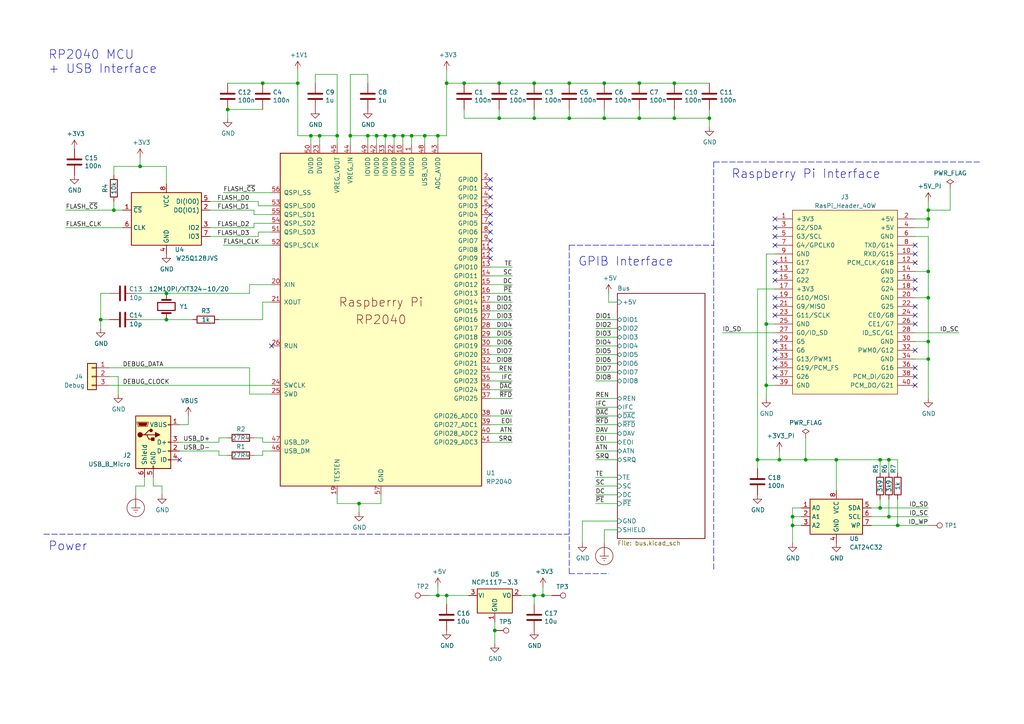
<source format=kicad_sch>
(kicad_sch (version 20211123) (generator eeschema)
  (paper "A4")
  (lib_symbols
    (symbol "Connector:TestPoint" (pin_numbers hide) (pin_names (offset 0.762) hide)
      (property "Reference" "TP" (at 0 6.858 0))
      (property "Value" "TestPoint" (at 0 5.08 0))
      (symbol "TestPoint_0_1"
        (circle (center 0 3.302) (radius 0.762))
      )
      (symbol "TestPoint_1_1"
        (pin passive line (at 0 0 90) (length 2.54) (name "1") (number "1"))
      )
    )
    (symbol "Connector:USB_B_Micro" (pin_names (offset 1.016))
      (property "Reference" "J" (at -5.08 11.43 0))
      (property "Value" "USB_B_Micro" (at -5.08 8.89 0))
      (symbol "USB_B_Micro_0_1"
        (rectangle (start -5.08 -7.62) (end 5.08 7.62) (stroke (width 0.254)) (fill (type background)))
        (circle (center -3.81 2.159) (radius 0.635) (stroke (width 0.254)) (fill (type outline)))
        (circle (center -0.635 3.429) (radius 0.381) (stroke (width 0.254)) (fill (type outline)))
        (rectangle (start -0.127 -7.62) (end 0.127 -6.858))
        (polyline (pts (xy -1.905 2.159) (xy 0.635 2.159)) (stroke (width 0.254)))
        (polyline (pts (xy -3.175 2.159) (xy -2.54 2.159) (xy -1.27 3.429) (xy -0.635 3.429)) (stroke (width 0.254)))
        (polyline (pts (xy -2.54 2.159) (xy -1.905 2.159) (xy -1.27 0.889) (xy 0 0.889)) (stroke (width 0.254)))
        (polyline (pts (xy 0.635 2.794) (xy 0.635 1.524) (xy 1.905 2.159) (xy 0.635 2.794)) (stroke (width 0.254)) (fill (type outline)))
        (polyline (pts (xy -4.318 5.588) (xy -1.778 5.588) (xy -2.032 4.826) (xy -4.064 4.826) (xy -4.318 5.588)) (fill (type outline)))
        (polyline (pts (xy -4.699 5.842) (xy -4.699 5.588) (xy -4.445 4.826) (xy -4.445 4.572) (xy -1.651 4.572) (xy -1.651 4.826) (xy -1.397 5.588) (xy -1.397 5.842) (xy -4.699 5.842)))
        (rectangle (start 0.254 1.27) (end -0.508 0.508) (stroke (width 0.254)) (fill (type outline)))
        (rectangle (start 5.08 -5.207) (end 4.318 -4.953))
        (rectangle (start 5.08 -2.667) (end 4.318 -2.413))
        (rectangle (start 5.08 -0.127) (end 4.318 0.127))
        (rectangle (start 5.08 4.953) (end 4.318 5.207))
      )
      (symbol "USB_B_Micro_1_1"
        (pin power_out line (at 7.62 5.08 180) (length 2.54) (name "VBUS") (number "1"))
        (pin bidirectional line (at 7.62 -2.54 180) (length 2.54) (name "D-") (number "2"))
        (pin bidirectional line (at 7.62 0 180) (length 2.54) (name "D+") (number "3"))
        (pin passive line (at 7.62 -5.08 180) (length 2.54) (name "ID") (number "4"))
        (pin power_out line (at 0 -10.16 90) (length 2.54) (name "GND") (number "5"))
        (pin passive line (at -2.54 -10.16 90) (length 2.54) (name "Shield") (number "6"))
      )
    )
    (symbol "Connector_Generic:Conn_01x03" (pin_names (offset 1.016) hide)
      (property "Reference" "J" (at 0 5.08 0))
      (property "Value" "Conn_01x03" (at 0 -5.08 0))
      (symbol "Conn_01x03_1_1"
        (rectangle (start -1.27 -2.413) (end 0 -2.667) (stroke (width 0.1524)))
        (rectangle (start -1.27 0.127) (end 0 -0.127) (stroke (width 0.1524)))
        (rectangle (start -1.27 2.667) (end 0 2.413) (stroke (width 0.1524)))
        (rectangle (start -1.27 3.81) (end 1.27 -3.81) (stroke (width 0.254)) (fill (type background)))
        (pin passive line (at -5.08 2.54 0) (length 3.81) (name "Pin_1") (number "1"))
        (pin passive line (at -5.08 0 0) (length 3.81) (name "Pin_2") (number "2"))
        (pin passive line (at -5.08 -2.54 0) (length 3.81) (name "Pin_3") (number "3"))
      )
    )
    (symbol "Device:C" (pin_numbers hide) (pin_names (offset 0.254))
      (property "Reference" "C" (at 0.635 2.54 0))
      (property "Value" "C" (at 0.635 -2.54 0))
      (symbol "C_0_1"
        (polyline (pts (xy -2.032 -0.762) (xy 2.032 -0.762)) (stroke (width 0.508)))
        (polyline (pts (xy -2.032 0.762) (xy 2.032 0.762)) (stroke (width 0.508)))
      )
      (symbol "C_1_1"
        (pin passive line (at 0 3.81 270) (length 2.794) (name "~") (number "1"))
        (pin passive line (at 0 -3.81 90) (length 2.794) (name "~") (number "2"))
      )
    )
    (symbol "Device:Crystal" (pin_numbers hide) (pin_names (offset 1.016) hide)
      (property "Reference" "Y" (at 0 3.81 0))
      (property "Value" "Crystal" (at 0 -3.81 0))
      (symbol "Crystal_0_1"
        (rectangle (start -1.143 2.54) (end 1.143 -2.54) (stroke (width 0.3048)))
        (polyline (pts (xy -2.54 0) (xy -1.905 0)))
        (polyline (pts (xy -1.905 -1.27) (xy -1.905 1.27)) (stroke (width 0.508)))
        (polyline (pts (xy 1.905 -1.27) (xy 1.905 1.27)) (stroke (width 0.508)))
        (polyline (pts (xy 2.54 0) (xy 1.905 0)))
      )
      (symbol "Crystal_1_1"
        (pin passive line (at -3.81 0 0) (length 1.27) (name "1") (number "1"))
        (pin passive line (at 3.81 0 180) (length 1.27) (name "2") (number "2"))
      )
    )
    (symbol "Device:R" (pin_numbers hide) (pin_names (offset 0))
      (property "Reference" "R" (at 2.032 0 90))
      (property "Value" "R" (at 0 0 90))
      (symbol "R_0_1"
        (rectangle (start -1.016 -2.54) (end 1.016 2.54) (stroke (width 0.254)))
      )
      (symbol "R_1_1"
        (pin passive line (at 0 3.81 270) (length 1.27) (name "~") (number "1"))
        (pin passive line (at 0 -3.81 90) (length 1.27) (name "~") (number "2"))
      )
    )
    (symbol "Memory_EEPROM:CAT24C128"
      (property "Reference" "U" (at -6.35 6.35 0))
      (property "Value" "CAT24C128" (at 1.27 6.35 0))
      (symbol "CAT24C128_1_1"
        (rectangle (start -7.62 5.08) (end 7.62 -5.08) (stroke (width 0.254)) (fill (type background)))
        (pin input line (at -10.16 2.54 0) (length 2.54) (name "A0") (number "1"))
        (pin input line (at -10.16 0 0) (length 2.54) (name "A1") (number "2"))
        (pin input line (at -10.16 -2.54 0) (length 2.54) (name "A2") (number "3"))
        (pin power_in line (at 0 -7.62 90) (length 2.54) (name "GND") (number "4"))
        (pin bidirectional line (at 10.16 2.54 180) (length 2.54) (name "SDA") (number "5"))
        (pin input line (at 10.16 0 180) (length 2.54) (name "SCL") (number "6"))
        (pin input line (at 10.16 -2.54 180) (length 2.54) (name "WP") (number "7"))
        (pin power_in line (at 0 7.62 270) (length 2.54) (name "VCC") (number "8"))
      )
    )
    (symbol "Memory_Flash:W25Q128JVS"
      (property "Reference" "U" (at -8.89 8.89 0))
      (property "Value" "W25Q128JVS" (at 7.62 8.89 0))
      (symbol "W25Q128JVS_0_1"
        (rectangle (start -10.16 7.62) (end 10.16 -7.62) (stroke (width 0.254)) (fill (type background)))
      )
      (symbol "W25Q128JVS_1_1"
        (pin input line (at -12.7 2.54 0) (length 2.54) (name "~{CS}") (number "1"))
        (pin bidirectional line (at 12.7 2.54 180) (length 2.54) (name "DO(IO1)") (number "2"))
        (pin bidirectional line (at 12.7 -2.54 180) (length 2.54) (name "IO2") (number "3"))
        (pin power_in line (at 0 -10.16 90) (length 2.54) (name "GND") (number "4"))
        (pin bidirectional line (at 12.7 5.08 180) (length 2.54) (name "DI(IO0)") (number "5"))
        (pin input line (at -12.7 -2.54 0) (length 2.54) (name "CLK") (number "6"))
        (pin bidirectional line (at 12.7 -5.08 180) (length 2.54) (name "IO3") (number "7"))
        (pin power_in line (at 0 10.16 270) (length 2.54) (name "VCC") (number "8"))
      )
    )
    (symbol "Regulator_Linear:NCP1117-3.3_SOT223" (pin_names (offset 0.254))
      (property "Reference" "U" (at -3.81 3.175 0))
      (property "Value" "NCP1117-3.3_SOT223" (at 0 3.175 0))
      (symbol "NCP1117-3.3_SOT223_0_1"
        (rectangle (start -5.08 -5.08) (end 5.08 1.905) (stroke (width 0.254)) (fill (type background)))
      )
      (symbol "NCP1117-3.3_SOT223_1_1"
        (pin power_in line (at 0 -7.62 90) (length 2.54) (name "GND") (number "1"))
        (pin power_out line (at 7.62 0 180) (length 2.54) (name "VO") (number "2"))
        (pin power_in line (at -7.62 0 0) (length 2.54) (name "VI") (number "3"))
      )
    )
    (symbol "local:+3V3_PI" (power) (pin_names (offset 0))
      (property "Value" "+3V3_PI" (at 0 3.556 0))
      (symbol "+3V3_PI_0_1"
        (polyline (pts (xy -0.762 1.27) (xy 0 2.54)))
        (polyline (pts (xy 0 0) (xy 0 2.54)))
        (polyline (pts (xy 0 2.54) (xy 0.762 1.27)))
      )
      (symbol "+3V3_PI_1_1"
        (pin power_in line (at 0 0 90) (length 0) hide (name "+3V3_PI") (number "1"))
      )
    )
    (symbol "local:+5V_PI" (power) (pin_names (offset 0))
      (property "Value" "+5V_PI" (at 0 3.556 0))
      (symbol "+5V_PI_0_1"
        (polyline (pts (xy -0.762 1.27) (xy 0 2.54)))
        (polyline (pts (xy 0 0) (xy 0 2.54)))
        (polyline (pts (xy 0 2.54) (xy 0.762 1.27)))
      )
      (symbol "+5V_PI_1_1"
        (pin power_in line (at 0 0 90) (length 0) hide (name "+5V_PI") (number "1"))
      )
    )
    (symbol "local:RP2040" (pin_names (offset 1.016))
      (property "Reference" "U" (at 30.48 -44.45 0))
      (property "Value" "RP2040" (at 30.48 -46.99 0))
      (symbol "RP2040_0_0"
        (text "Raspberry Pi" (at 0 5.08 0) (effects (font (size 2.54 2.54))))
        (text "RP2040" (at 0 0 0) (effects (font (size 2.54 2.54))))
      )
      (symbol "RP2040_0_1"
        (rectangle (start 29.21 48.26) (end -29.21 -48.26) (stroke (width 0.254)) (fill (type background)))
      )
      (symbol "RP2040_1_1"
        (pin power_in line (at 8.89 50.8 270) (length 2.54) (name "IOVDD") (number "1"))
        (pin power_in line (at 6.35 50.8 270) (length 2.54) (name "IOVDD") (number "10"))
        (pin bidirectional line (at 31.75 20.32 180) (length 2.54) (name "GPIO8") (number "11"))
        (pin bidirectional line (at 31.75 17.78 180) (length 2.54) (name "GPIO9") (number "12"))
        (pin bidirectional line (at 31.75 15.24 180) (length 2.54) (name "GPIO10") (number "13"))
        (pin bidirectional line (at 31.75 12.7 180) (length 2.54) (name "GPIO11") (number "14"))
        (pin bidirectional line (at 31.75 10.16 180) (length 2.54) (name "GPIO12") (number "15"))
        (pin bidirectional line (at 31.75 7.62 180) (length 2.54) (name "GPIO13") (number "16"))
        (pin bidirectional line (at 31.75 5.08 180) (length 2.54) (name "GPIO14") (number "17"))
        (pin bidirectional line (at 31.75 2.54 180) (length 2.54) (name "GPIO15") (number "18"))
        (pin passive line (at -12.7 -50.8 90) (length 2.54) (name "TESTEN") (number "19"))
        (pin bidirectional line (at 31.75 40.64 180) (length 2.54) (name "GPIO0") (number "2"))
        (pin input line (at -31.75 10.16 0) (length 2.54) (name "XIN") (number "20"))
        (pin passive line (at -31.75 5.08 0) (length 2.54) (name "XOUT") (number "21"))
        (pin power_in line (at 3.81 50.8 270) (length 2.54) (name "IOVDD") (number "22"))
        (pin power_in line (at -17.78 50.8 270) (length 2.54) (name "DVDD") (number "23"))
        (pin output line (at -31.75 -19.05 0) (length 2.54) (name "SWCLK") (number "24"))
        (pin bidirectional line (at -31.75 -21.59 0) (length 2.54) (name "SWD") (number "25"))
        (pin input line (at -31.75 -7.62 0) (length 2.54) (name "RUN") (number "26"))
        (pin bidirectional line (at 31.75 0 180) (length 2.54) (name "GPIO16") (number "27"))
        (pin bidirectional line (at 31.75 -2.54 180) (length 2.54) (name "GPIO17") (number "28"))
        (pin bidirectional line (at 31.75 -5.08 180) (length 2.54) (name "GPIO18") (number "29"))
        (pin bidirectional line (at 31.75 38.1 180) (length 2.54) (name "GPIO1") (number "3"))
        (pin bidirectional line (at 31.75 -7.62 180) (length 2.54) (name "GPIO19") (number "30"))
        (pin bidirectional line (at 31.75 -10.16 180) (length 2.54) (name "GPIO20") (number "31"))
        (pin bidirectional line (at 31.75 -12.7 180) (length 2.54) (name "GPIO21") (number "32"))
        (pin power_in line (at 1.27 50.8 270) (length 2.54) (name "IOVDD") (number "33"))
        (pin bidirectional line (at 31.75 -15.24 180) (length 2.54) (name "GPIO22") (number "34"))
        (pin bidirectional line (at 31.75 -17.78 180) (length 2.54) (name "GPIO23") (number "35"))
        (pin bidirectional line (at 31.75 -20.32 180) (length 2.54) (name "GPIO24") (number "36"))
        (pin bidirectional line (at 31.75 -22.86 180) (length 2.54) (name "GPIO25") (number "37"))
        (pin bidirectional line (at 31.75 -27.94 180) (length 2.54) (name "GPIO26_ADC0") (number "38"))
        (pin bidirectional line (at 31.75 -30.48 180) (length 2.54) (name "GPIO27_ADC1") (number "39"))
        (pin bidirectional line (at 31.75 35.56 180) (length 2.54) (name "GPIO2") (number "4"))
        (pin bidirectional line (at 31.75 -33.02 180) (length 2.54) (name "GPIO28_ADC2") (number "40"))
        (pin bidirectional line (at 31.75 -35.56 180) (length 2.54) (name "GPIO29_ADC3") (number "41"))
        (pin power_in line (at -1.27 50.8 270) (length 2.54) (name "IOVDD") (number "42"))
        (pin power_in line (at 16.51 50.8 270) (length 2.54) (name "ADC_AVDD") (number "43"))
        (pin power_in line (at -8.89 50.8 270) (length 2.54) (name "VREG_IN") (number "44"))
        (pin power_out line (at -12.7 50.8 270) (length 2.54) (name "VREG_VOUT") (number "45"))
        (pin bidirectional line (at -31.75 -38.1 0) (length 2.54) (name "USB_DM") (number "46"))
        (pin bidirectional line (at -31.75 -35.56 0) (length 2.54) (name "USB_DP") (number "47"))
        (pin power_in line (at 12.7 50.8 270) (length 2.54) (name "USB_VDD") (number "48"))
        (pin power_in line (at -3.81 50.8 270) (length 2.54) (name "IOVDD") (number "49"))
        (pin bidirectional line (at 31.75 33.02 180) (length 2.54) (name "GPIO3") (number "5"))
        (pin power_in line (at -20.32 50.8 270) (length 2.54) (name "DVDD") (number "50"))
        (pin bidirectional line (at -31.75 25.4 0) (length 2.54) (name "QSPI_SD3") (number "51"))
        (pin output line (at -31.75 21.59 0) (length 2.54) (name "QSPI_SCLK") (number "52"))
        (pin bidirectional line (at -31.75 33.02 0) (length 2.54) (name "QSPI_SD0") (number "53"))
        (pin bidirectional line (at -31.75 27.94 0) (length 2.54) (name "QSPI_SD2") (number "54"))
        (pin bidirectional line (at -31.75 30.48 0) (length 2.54) (name "QSPI_SD1") (number "55"))
        (pin bidirectional line (at -31.75 36.83 0) (length 2.54) (name "QSPI_SS") (number "56"))
        (pin power_in line (at 0 -50.8 90) (length 2.54) (name "GND") (number "57"))
        (pin bidirectional line (at 31.75 30.48 180) (length 2.54) (name "GPIO4") (number "6"))
        (pin bidirectional line (at 31.75 27.94 180) (length 2.54) (name "GPIO5") (number "7"))
        (pin bidirectional line (at 31.75 25.4 180) (length 2.54) (name "GPIO6") (number "8"))
        (pin bidirectional line (at 31.75 22.86 180) (length 2.54) (name "GPIO7") (number "9"))
      )
    )
    (symbol "local:RasPi_Header_40W" (pin_names (offset 1.016))
      (property "Reference" "J" (at 0 12.7 0))
      (property "Value" "RasPi_Header_40W" (at 0 -45.72 0))
      (symbol "RasPi_Header_40W_0_1"
        (rectangle (start -15.24 10.16) (end 15.24 -43.18) (fill (type background)))
      )
      (symbol "RasPi_Header_40W_1_1"
        (pin passive line (at -20.32 7.62 0) (length 5.08) (name "+3V3") (number "1"))
        (pin tri_state line (at 20.32 -2.54 180) (length 5.08) (name "RXD/G15") (number "10"))
        (pin tri_state line (at -20.32 -5.08 0) (length 5.08) (name "G17") (number "11"))
        (pin tri_state line (at 20.32 -5.08 180) (length 5.08) (name "PCM_CLK/G18") (number "12"))
        (pin tri_state line (at -20.32 -7.62 0) (length 5.08) (name "G27") (number "13"))
        (pin passive line (at 20.32 -7.62 180) (length 5.08) (name "GND") (number "14"))
        (pin tri_state line (at -20.32 -10.16 0) (length 5.08) (name "G22") (number "15"))
        (pin tri_state line (at 20.32 -10.16 180) (length 5.08) (name "G23") (number "16"))
        (pin passive line (at -20.32 -12.7 0) (length 5.08) (name "+3V3") (number "17"))
        (pin tri_state line (at 20.32 -12.7 180) (length 5.08) (name "G24") (number "18"))
        (pin tri_state line (at -20.32 -15.24 0) (length 5.08) (name "G10/MOSI") (number "19"))
        (pin passive line (at 20.32 7.62 180) (length 5.08) (name "+5V") (number "2"))
        (pin passive line (at 20.32 -15.24 180) (length 5.08) (name "GND") (number "20"))
        (pin tri_state line (at -20.32 -17.78 0) (length 5.08) (name "G9/MISO") (number "21"))
        (pin tri_state line (at 20.32 -17.78 180) (length 5.08) (name "G25") (number "22"))
        (pin tri_state line (at -20.32 -20.32 0) (length 5.08) (name "G11/SCLK") (number "23"))
        (pin tri_state line (at 20.32 -20.32 180) (length 5.08) (name "CE0/G8") (number "24"))
        (pin passive line (at -20.32 -22.86 0) (length 5.08) (name "GND") (number "25"))
        (pin tri_state line (at 20.32 -22.86 180) (length 5.08) (name "CE1/G7") (number "26"))
        (pin tri_state line (at -20.32 -25.4 0) (length 5.08) (name "G0/ID_SD") (number "27"))
        (pin tri_state line (at 20.32 -25.4 180) (length 5.08) (name "ID_SC/G1") (number "28"))
        (pin tri_state line (at -20.32 -27.94 0) (length 5.08) (name "G5") (number "29"))
        (pin tri_state line (at -20.32 5.08 0) (length 5.08) (name "G2/SDA") (number "3"))
        (pin passive line (at 20.32 -27.94 180) (length 5.08) (name "GND") (number "30"))
        (pin tri_state line (at -20.32 -30.48 0) (length 5.08) (name "G6") (number "31"))
        (pin tri_state line (at 20.32 -30.48 180) (length 5.08) (name "PWM0/G12") (number "32"))
        (pin tri_state line (at -20.32 -33.02 0) (length 5.08) (name "G13/PWM1") (number "33"))
        (pin passive line (at 20.32 -33.02 180) (length 5.08) (name "GND") (number "34"))
        (pin tri_state line (at -20.32 -35.56 0) (length 5.08) (name "G19/PCM_FS") (number "35"))
        (pin tri_state line (at 20.32 -35.56 180) (length 5.08) (name "G16") (number "36"))
        (pin tri_state line (at -20.32 -38.1 0) (length 5.08) (name "G26") (number "37"))
        (pin tri_state line (at 20.32 -38.1 180) (length 5.08) (name "PCM_DI/G20") (number "38"))
        (pin passive line (at -20.32 -40.64 0) (length 5.08) (name "GND") (number "39"))
        (pin passive line (at 20.32 5.08 180) (length 5.08) (name "+5V") (number "4"))
        (pin tri_state line (at 20.32 -40.64 180) (length 5.08) (name "PCM_DO/G21") (number "40"))
        (pin tri_state line (at -20.32 2.54 0) (length 5.08) (name "G3/SCL") (number "5"))
        (pin passive line (at 20.32 2.54 180) (length 5.08) (name "GND") (number "6"))
        (pin tri_state line (at -20.32 0 0) (length 5.08) (name "G4/GPCLK0") (number "7"))
        (pin tri_state line (at 20.32 0 180) (length 5.08) (name "TXD/G14") (number "8"))
        (pin passive line (at -20.32 -2.54 0) (length 5.08) (name "GND") (number "9"))
      )
    )
    (symbol "power:+1V1" (power) (pin_names (offset 0))
      (property "Value" "+1V1" (at 0 3.556 0))
      (symbol "+1V1_0_1"
        (polyline (pts (xy -0.762 1.27) (xy 0 2.54)))
        (polyline (pts (xy 0 0) (xy 0 2.54)))
        (polyline (pts (xy 0 2.54) (xy 0.762 1.27)))
      )
      (symbol "+1V1_1_1"
        (pin power_in line (at 0 0 90) (length 0) hide (name "+1V1") (number "1"))
      )
    )
    (symbol "power:+3V3" (power) (pin_names (offset 0))
      (property "Value" "+3V3" (at 0 3.556 0))
      (symbol "+3V3_0_1"
        (polyline (pts (xy -0.762 1.27) (xy 0 2.54)))
        (polyline (pts (xy 0 0) (xy 0 2.54)))
        (polyline (pts (xy 0 2.54) (xy 0.762 1.27)))
      )
      (symbol "+3V3_1_1"
        (pin power_in line (at 0 0 90) (length 0) hide (name "+3V3") (number "1"))
      )
    )
    (symbol "power:+5V" (power) (pin_names (offset 0))
      (property "Value" "+5V" (at 0 3.556 0))
      (symbol "+5V_0_1"
        (polyline (pts (xy -0.762 1.27) (xy 0 2.54)))
        (polyline (pts (xy 0 0) (xy 0 2.54)))
        (polyline (pts (xy 0 2.54) (xy 0.762 1.27)))
      )
      (symbol "+5V_1_1"
        (pin power_in line (at 0 0 90) (length 0) hide (name "+5V") (number "1"))
      )
    )
    (symbol "power:Earth_Protective" (power) (pin_names (offset 0))
      (symbol "Earth_Protective_0_1"
        (circle (center 0 -3.81) (radius 2.54))
        (polyline (pts (xy -0.635 -4.445) (xy 0.635 -4.445)))
        (polyline (pts (xy -0.127 -5.08) (xy 0.127 -5.08)))
        (polyline (pts (xy 0 -3.81) (xy 0 0)))
        (polyline (pts (xy 1.27 -3.81) (xy -1.27 -3.81)))
      )
      (symbol "Earth_Protective_1_1"
        (pin power_in line (at 0 0 270) (length 0) hide (name "Earth_Protective") (number "1"))
      )
    )
    (symbol "power:GND" (power) (pin_names (offset 0))
      (property "Value" "GND" (at 0 -3.81 0))
      (symbol "GND_0_1"
        (polyline (pts (xy 0 0) (xy 0 -1.27) (xy 1.27 -1.27) (xy 0 -2.54) (xy -1.27 -1.27) (xy 0 -1.27)))
      )
      (symbol "GND_1_1"
        (pin power_in line (at 0 0 270) (length 0) hide (name "GND") (number "1"))
      )
    )
    (symbol "power:PWR_FLAG" (power) (pin_numbers hide) (pin_names (offset 0) hide)
      (property "Value" "PWR_FLAG" (at 0 3.81 0))
      (symbol "PWR_FLAG_0_0"
        (pin power_out line (at 0 0 90) (length 0) (name "pwr") (number "1"))
      )
      (symbol "PWR_FLAG_0_1"
        (polyline (pts (xy 0 0) (xy 0 1.27) (xy -1.016 1.905) (xy 0 2.54) (xy 1.016 1.905) (xy 0 1.27)))
      )
    )
    (symbol "power:VBUS" (power) (pin_names (offset 0))
      (property "Value" "VBUS" (at 0 3.81 0))
      (symbol "VBUS_0_1"
        (polyline (pts (xy -0.762 1.27) (xy 0 2.54)))
        (polyline (pts (xy 0 0) (xy 0 2.54)))
        (polyline (pts (xy 0 2.54) (xy 0.762 1.27)))
      )
      (symbol "VBUS_1_1"
        (pin power_in line (at 0 0 90) (length 0) hide (name "VBUS") (number "1"))
      )
    )
  )
  (junction (at 219.71 133.35))
  (junction (at 109.22 39.37))
  (junction (at 269.24 78.74))
  (junction (at 116.84 39.37))
  (junction (at 111.76 39.37))
  (junction (at 86.36 24.13))
  (junction (at 144.78 34.29))
  (junction (at 195.58 34.29))
  (junction (at 175.26 34.29))
  (junction (at 114.3 39.37))
  (junction (at 165.1 24.13))
  (junction (at 92.71 39.37))
  (junction (at 229.87 149.86))
  (junction (at 127 39.37))
  (junction (at 226.06 133.35))
  (junction (at 229.87 152.4))
  (junction (at 205.74 34.29))
  (junction (at 195.58 24.13))
  (junction (at 269.24 63.5))
  (junction (at 175.26 24.13))
  (junction (at 185.42 34.29))
  (junction (at 76.2 24.13))
  (junction (at 104.14 146.05))
  (junction (at 129.54 172.72))
  (junction (at 143.51 182.88))
  (junction (at 233.68 133.35))
  (junction (at 97.79 39.37))
  (junction (at 257.81 133.35))
  (junction (at 48.26 92.71))
  (junction (at 127 172.72))
  (junction (at 29.21 92.71))
  (junction (at 157.48 172.72))
  (junction (at 33.02 60.96))
  (junction (at 90.17 39.37))
  (junction (at 101.6 39.37))
  (junction (at 257.81 149.86))
  (junction (at 154.94 24.13))
  (junction (at 134.62 24.13))
  (junction (at 222.25 93.98))
  (junction (at 255.27 147.32))
  (junction (at 269.24 86.36))
  (junction (at 66.04 31.75))
  (junction (at 123.19 39.37))
  (junction (at 222.25 111.76))
  (junction (at 269.24 60.96))
  (junction (at 40.64 48.26))
  (junction (at 144.78 24.13))
  (junction (at 185.42 24.13))
  (junction (at 165.1 34.29))
  (junction (at 269.24 99.06))
  (junction (at 255.27 133.35))
  (junction (at 119.38 39.37))
  (junction (at 260.35 152.4))
  (junction (at 129.54 24.13))
  (junction (at 48.26 85.09))
  (junction (at 154.94 172.72))
  (junction (at 154.94 34.29))
  (junction (at 242.57 133.35))
  (junction (at 269.24 104.14))
  (junction (at 106.68 39.37))
  (no_connect (at 265.43 91.44))
  (no_connect (at 142.24 57.15))
  (no_connect (at 224.79 88.9))
  (no_connect (at 224.79 78.74))
  (no_connect (at 265.43 111.76))
  (no_connect (at 142.24 72.39))
  (no_connect (at 224.79 106.68))
  (no_connect (at 78.74 100.33))
  (no_connect (at 224.79 91.44))
  (no_connect (at 224.79 86.36))
  (no_connect (at 224.79 81.28))
  (no_connect (at 265.43 81.28))
  (no_connect (at 265.43 88.9))
  (no_connect (at 224.79 63.5))
  (no_connect (at 265.43 76.2))
  (no_connect (at 265.43 101.6))
  (no_connect (at 224.79 76.2))
  (no_connect (at 224.79 101.6))
  (no_connect (at 224.79 109.22))
  (no_connect (at 142.24 67.31))
  (no_connect (at 224.79 68.58))
  (no_connect (at 224.79 71.12))
  (no_connect (at 265.43 106.68))
  (no_connect (at 142.24 69.85))
  (no_connect (at 142.24 74.93))
  (no_connect (at 265.43 109.22))
  (no_connect (at 265.43 93.98))
  (no_connect (at 52.07 133.35))
  (no_connect (at 224.79 104.14))
  (no_connect (at 142.24 64.77))
  (no_connect (at 265.43 71.12))
  (no_connect (at 142.24 62.23))
  (no_connect (at 142.24 59.69))
  (no_connect (at 224.79 99.06))
  (no_connect (at 142.24 52.07))
  (no_connect (at 142.24 54.61))
  (no_connect (at 224.79 66.04))
  (no_connect (at 265.43 73.66))
  (no_connect (at 265.43 83.82))
  (wire (pts (xy 185.42 31.75) (xy 185.42 34.29)))
  (wire (pts (xy 142.24 123.19) (xy 148.59 123.19)))
  (wire (pts (xy 257.81 137.16) (xy 257.81 133.35)))
  (wire (pts (xy 90.17 39.37) (xy 90.17 41.91)))
  (wire (pts (xy 175.26 157.48) (xy 175.26 153.67)))
  (wire (pts (xy 195.58 31.75) (xy 195.58 34.29)))
  (wire (pts (xy 224.79 93.98) (xy 222.25 93.98)))
  (wire (pts (xy 33.02 60.96) (xy 19.05 60.96)))
  (wire (pts (xy 60.96 58.42) (xy 74.93 58.42)))
  (wire (pts (xy 123.19 39.37) (xy 127 39.37)))
  (wire (pts (xy 41.91 140.97) (xy 39.37 140.97)))
  (wire (pts (xy 92.71 39.37) (xy 90.17 39.37)))
  (wire (pts (xy 86.36 39.37) (xy 90.17 39.37)))
  (wire (pts (xy 109.22 39.37) (xy 109.22 41.91)))
  (wire (pts (xy 74.93 68.58) (xy 74.93 67.31)))
  (wire (pts (xy 39.37 85.09) (xy 48.26 85.09)))
  (wire (pts (xy 252.73 149.86) (xy 257.81 149.86)))
  (wire (pts (xy 97.79 146.05) (xy 104.14 146.05)))
  (wire (pts (xy 265.43 99.06) (xy 269.24 99.06)))
  (wire (pts (xy 123.19 39.37) (xy 123.19 41.91)))
  (wire (pts (xy 78.74 114.3) (xy 72.39 114.3)))
  (wire (pts (xy 175.26 34.29) (xy 185.42 34.29)))
  (wire (pts (xy 101.6 39.37) (xy 101.6 41.91)))
  (wire (pts (xy 219.71 135.89) (xy 219.71 133.35)))
  (wire (pts (xy 110.49 146.05) (xy 110.49 143.51)))
  (wire (pts (xy 72.39 82.55) (xy 72.39 85.09)))
  (wire (pts (xy 78.74 82.55) (xy 72.39 82.55)))
  (wire (pts (xy 134.62 24.13) (xy 144.78 24.13)))
  (wire (pts (xy 52.07 123.19) (xy 54.61 123.19)))
  (wire (pts (xy 142.24 87.63) (xy 148.59 87.63)))
  (wire (pts (xy 255.27 147.32) (xy 269.24 147.32)))
  (wire (pts (xy 76.2 127) (xy 73.66 127)))
  (wire (pts (xy 134.62 34.29) (xy 144.78 34.29)))
  (wire (pts (xy 154.94 34.29) (xy 165.1 34.29)))
  (wire (pts (xy 60.96 60.96) (xy 73.66 60.96)))
  (wire (pts (xy 41.91 138.43) (xy 41.91 140.97)))
  (wire (pts (xy 172.72 125.73) (xy 179.07 125.73)))
  (wire (pts (xy 269.24 99.06) (xy 269.24 104.14)))
  (wire (pts (xy 229.87 149.86) (xy 232.41 149.86)))
  (wire (pts (xy 142.24 110.49) (xy 148.59 110.49)))
  (wire (pts (xy 154.94 24.13) (xy 165.1 24.13)))
  (wire (pts (xy 265.43 66.04) (xy 269.24 66.04)))
  (wire (pts (xy 144.78 24.13) (xy 154.94 24.13)))
  (wire (pts (xy 48.26 48.26) (xy 48.26 53.34)))
  (wire (pts (xy 60.96 68.58) (xy 74.93 68.58)))
  (wire (pts (xy 195.58 24.13) (xy 205.74 24.13)))
  (polyline (pts (xy 207.01 46.99) (xy 284.48 46.99)))
  (wire (pts (xy 142.24 95.25) (xy 148.59 95.25)))
  (wire (pts (xy 265.43 96.52) (xy 278.13 96.52)))
  (wire (pts (xy 142.24 105.41) (xy 148.59 105.41)))
  (wire (pts (xy 35.56 66.04) (xy 19.05 66.04)))
  (wire (pts (xy 109.22 39.37) (xy 111.76 39.37)))
  (wire (pts (xy 127 39.37) (xy 129.54 39.37)))
  (wire (pts (xy 172.72 105.41) (xy 179.07 105.41)))
  (wire (pts (xy 143.51 182.88) (xy 143.51 186.69)))
  (wire (pts (xy 222.25 73.66) (xy 222.25 93.98)))
  (polyline (pts (xy 165.1 166.37) (xy 176.53 166.37)))
  (wire (pts (xy 160.02 172.72) (xy 157.48 172.72)))
  (wire (pts (xy 48.26 92.71) (xy 55.88 92.71)))
  (wire (pts (xy 129.54 24.13) (xy 134.62 24.13)))
  (wire (pts (xy 66.04 31.75) (xy 66.04 34.29)))
  (wire (pts (xy 33.02 48.26) (xy 40.64 48.26)))
  (wire (pts (xy 172.72 102.87) (xy 179.07 102.87)))
  (wire (pts (xy 142.24 100.33) (xy 148.59 100.33)))
  (wire (pts (xy 76.2 24.13) (xy 86.36 24.13)))
  (wire (pts (xy 40.64 48.26) (xy 48.26 48.26)))
  (wire (pts (xy 106.68 39.37) (xy 106.68 41.91)))
  (wire (pts (xy 265.43 104.14) (xy 269.24 104.14)))
  (wire (pts (xy 142.24 97.79) (xy 148.59 97.79)))
  (wire (pts (xy 72.39 85.09) (xy 48.26 85.09)))
  (wire (pts (xy 116.84 39.37) (xy 116.84 41.91)))
  (wire (pts (xy 142.24 90.17) (xy 148.59 90.17)))
  (wire (pts (xy 269.24 68.58) (xy 269.24 78.74)))
  (wire (pts (xy 92.71 41.91) (xy 92.71 39.37)))
  (wire (pts (xy 76.2 24.13) (xy 66.04 24.13)))
  (wire (pts (xy 172.72 140.97) (xy 179.07 140.97)))
  (wire (pts (xy 91.44 21.59) (xy 91.44 24.13)))
  (polyline (pts (xy 207.01 165.1) (xy 207.01 46.99)))
  (wire (pts (xy 168.91 151.13) (xy 168.91 157.48)))
  (wire (pts (xy 63.5 130.81) (xy 63.5 132.08)))
  (wire (pts (xy 114.3 39.37) (xy 116.84 39.37)))
  (wire (pts (xy 111.76 39.37) (xy 111.76 41.91)))
  (wire (pts (xy 144.78 34.29) (xy 154.94 34.29)))
  (wire (pts (xy 224.79 83.82) (xy 219.71 83.82)))
  (wire (pts (xy 172.72 128.27) (xy 179.07 128.27)))
  (wire (pts (xy 157.48 172.72) (xy 157.48 170.18)))
  (wire (pts (xy 179.07 87.63) (xy 176.53 87.63)))
  (wire (pts (xy 119.38 39.37) (xy 119.38 41.91)))
  (wire (pts (xy 76.2 87.63) (xy 76.2 92.71)))
  (wire (pts (xy 72.39 114.3) (xy 72.39 106.68)))
  (wire (pts (xy 229.87 152.4) (xy 232.41 152.4)))
  (wire (pts (xy 142.24 85.09) (xy 148.59 85.09)))
  (wire (pts (xy 78.74 55.88) (xy 64.77 55.88)))
  (wire (pts (xy 76.2 128.27) (xy 76.2 127)))
  (wire (pts (xy 257.81 133.35) (xy 260.35 133.35)))
  (polyline (pts (xy 165.1 166.37) (xy 165.1 71.12)))
  (wire (pts (xy 175.26 24.13) (xy 185.42 24.13)))
  (wire (pts (xy 29.21 92.71) (xy 31.75 92.71)))
  (wire (pts (xy 165.1 31.75) (xy 165.1 34.29)))
  (wire (pts (xy 106.68 39.37) (xy 109.22 39.37)))
  (wire (pts (xy 76.2 130.81) (xy 78.74 130.81)))
  (wire (pts (xy 269.24 66.04) (xy 269.24 63.5)))
  (wire (pts (xy 74.93 59.69) (xy 78.74 59.69)))
  (wire (pts (xy 124.46 172.72) (xy 127 172.72)))
  (wire (pts (xy 255.27 147.32) (xy 255.27 144.78)))
  (wire (pts (xy 78.74 71.12) (xy 64.77 71.12)))
  (wire (pts (xy 172.72 138.43) (xy 179.07 138.43)))
  (wire (pts (xy 233.68 133.35) (xy 233.68 127)))
  (wire (pts (xy 142.24 120.65) (xy 148.59 120.65)))
  (wire (pts (xy 172.72 143.51) (xy 179.07 143.51)))
  (polyline (pts (xy 12.7 154.94) (xy 165.1 154.94)))
  (wire (pts (xy 260.35 152.4) (xy 269.24 152.4)))
  (wire (pts (xy 229.87 147.32) (xy 229.87 149.86)))
  (wire (pts (xy 185.42 34.29) (xy 195.58 34.29)))
  (wire (pts (xy 104.14 146.05) (xy 104.14 148.59)))
  (wire (pts (xy 142.24 125.73) (xy 148.59 125.73)))
  (wire (pts (xy 144.78 31.75) (xy 144.78 34.29)))
  (wire (pts (xy 142.24 113.03) (xy 148.59 113.03)))
  (wire (pts (xy 252.73 152.4) (xy 260.35 152.4)))
  (wire (pts (xy 269.24 60.96) (xy 275.59 60.96)))
  (wire (pts (xy 129.54 24.13) (xy 129.54 39.37)))
  (wire (pts (xy 74.93 67.31) (xy 78.74 67.31)))
  (wire (pts (xy 46.99 143.51) (xy 46.99 140.97)))
  (wire (pts (xy 76.2 132.08) (xy 76.2 130.81)))
  (wire (pts (xy 31.75 109.22) (xy 34.29 109.22)))
  (wire (pts (xy 222.25 111.76) (xy 222.25 115.57)))
  (wire (pts (xy 172.72 120.65) (xy 179.07 120.65)))
  (wire (pts (xy 111.76 39.37) (xy 114.3 39.37)))
  (wire (pts (xy 175.26 31.75) (xy 175.26 34.29)))
  (wire (pts (xy 269.24 60.96) (xy 269.24 63.5)))
  (wire (pts (xy 257.81 149.86) (xy 269.24 149.86)))
  (wire (pts (xy 31.75 111.76) (xy 78.74 111.76)))
  (wire (pts (xy 224.79 73.66) (xy 222.25 73.66)))
  (wire (pts (xy 40.64 48.26) (xy 40.64 45.72)))
  (wire (pts (xy 52.07 130.81) (xy 63.5 130.81)))
  (wire (pts (xy 179.07 151.13) (xy 168.91 151.13)))
  (wire (pts (xy 97.79 39.37) (xy 97.79 21.59)))
  (wire (pts (xy 31.75 85.09) (xy 29.21 85.09)))
  (wire (pts (xy 154.94 31.75) (xy 154.94 34.29)))
  (wire (pts (xy 127 170.18) (xy 127 172.72)))
  (wire (pts (xy 205.74 34.29) (xy 205.74 31.75)))
  (wire (pts (xy 142.24 102.87) (xy 148.59 102.87)))
  (wire (pts (xy 129.54 20.32) (xy 129.54 24.13)))
  (wire (pts (xy 31.75 106.68) (xy 72.39 106.68)))
  (wire (pts (xy 224.79 96.52) (xy 209.55 96.52)))
  (wire (pts (xy 269.24 78.74) (xy 269.24 86.36)))
  (wire (pts (xy 172.72 130.81) (xy 179.07 130.81)))
  (wire (pts (xy 129.54 172.72) (xy 129.54 175.26)))
  (wire (pts (xy 165.1 24.13) (xy 175.26 24.13)))
  (wire (pts (xy 252.73 147.32) (xy 255.27 147.32)))
  (wire (pts (xy 73.66 62.23) (xy 78.74 62.23)))
  (wire (pts (xy 78.74 128.27) (xy 76.2 128.27)))
  (wire (pts (xy 97.79 41.91) (xy 97.79 39.37)))
  (wire (pts (xy 44.45 140.97) (xy 44.45 138.43)))
  (wire (pts (xy 86.36 24.13) (xy 86.36 20.32)))
  (wire (pts (xy 119.38 39.37) (xy 123.19 39.37)))
  (wire (pts (xy 260.35 133.35) (xy 260.35 137.16)))
  (wire (pts (xy 39.37 140.97) (xy 39.37 143.51)))
  (wire (pts (xy 116.84 39.37) (xy 119.38 39.37)))
  (wire (pts (xy 97.79 143.51) (xy 97.79 146.05)))
  (wire (pts (xy 29.21 85.09) (xy 29.21 92.71)))
  (wire (pts (xy 73.66 132.08) (xy 76.2 132.08)))
  (wire (pts (xy 224.79 111.76) (xy 222.25 111.76)))
  (wire (pts (xy 97.79 21.59) (xy 91.44 21.59)))
  (wire (pts (xy 195.58 34.29) (xy 205.74 34.29)))
  (wire (pts (xy 33.02 60.96) (xy 33.02 58.42)))
  (wire (pts (xy 265.43 86.36) (xy 269.24 86.36)))
  (wire (pts (xy 265.43 68.58) (xy 269.24 68.58)))
  (wire (pts (xy 269.24 86.36) (xy 269.24 99.06)))
  (wire (pts (xy 154.94 172.72) (xy 157.48 172.72)))
  (wire (pts (xy 101.6 21.59) (xy 106.68 21.59)))
  (wire (pts (xy 142.24 82.55) (xy 148.59 82.55)))
  (polyline (pts (xy 165.1 71.12) (xy 207.01 71.12)))
  (wire (pts (xy 233.68 133.35) (xy 242.57 133.35)))
  (wire (pts (xy 175.26 153.67) (xy 179.07 153.67)))
  (wire (pts (xy 73.66 60.96) (xy 73.66 62.23)))
  (wire (pts (xy 255.27 133.35) (xy 257.81 133.35)))
  (wire (pts (xy 269.24 58.42) (xy 269.24 60.96)))
  (wire (pts (xy 101.6 39.37) (xy 106.68 39.37)))
  (wire (pts (xy 33.02 50.8) (xy 33.02 48.26)))
  (wire (pts (xy 265.43 63.5) (xy 269.24 63.5)))
  (wire (pts (xy 74.93 58.42) (xy 74.93 59.69)))
  (wire (pts (xy 142.24 80.01) (xy 148.59 80.01)))
  (wire (pts (xy 106.68 21.59) (xy 106.68 24.13)))
  (wire (pts (xy 134.62 31.75) (xy 134.62 34.29)))
  (wire (pts (xy 63.5 132.08) (xy 66.04 132.08)))
  (wire (pts (xy 172.72 133.35) (xy 179.07 133.35)))
  (wire (pts (xy 114.3 39.37) (xy 114.3 41.91)))
  (wire (pts (xy 104.14 146.05) (xy 110.49 146.05)))
  (wire (pts (xy 63.5 127) (xy 66.04 127)))
  (wire (pts (xy 176.53 87.63) (xy 176.53 85.09)))
  (wire (pts (xy 60.96 66.04) (xy 73.66 66.04)))
  (wire (pts (xy 86.36 24.13) (xy 86.36 39.37)))
  (wire (pts (xy 127 39.37) (xy 127 41.91)))
  (wire (pts (xy 172.72 110.49) (xy 179.07 110.49)))
  (wire (pts (xy 143.51 180.34) (xy 143.51 182.88)))
  (wire (pts (xy 265.43 78.74) (xy 269.24 78.74)))
  (wire (pts (xy 205.74 34.29) (xy 205.74 36.83)))
  (wire (pts (xy 63.5 128.27) (xy 63.5 127)))
  (wire (pts (xy 54.61 123.19) (xy 54.61 120.65)))
  (wire (pts (xy 172.72 97.79) (xy 179.07 97.79)))
  (wire (pts (xy 135.89 172.72) (xy 129.54 172.72)))
  (wire (pts (xy 172.72 115.57) (xy 179.07 115.57)))
  (wire (pts (xy 97.79 39.37) (xy 92.71 39.37)))
  (wire (pts (xy 127 172.72) (xy 129.54 172.72)))
  (wire (pts (xy 78.74 87.63) (xy 76.2 87.63)))
  (wire (pts (xy 185.42 24.13) (xy 195.58 24.13)))
  (wire (pts (xy 151.13 172.72) (xy 154.94 172.72)))
  (wire (pts (xy 229.87 152.4) (xy 229.87 157.48)))
  (wire (pts (xy 165.1 34.29) (xy 175.26 34.29)))
  (wire (pts (xy 255.27 137.16) (xy 255.27 133.35)))
  (wire (pts (xy 226.06 133.35) (xy 233.68 133.35)))
  (wire (pts (xy 275.59 60.96) (xy 275.59 54.61)))
  (wire (pts (xy 269.24 104.14) (xy 269.24 115.57)))
  (wire (pts (xy 35.56 60.96) (xy 33.02 60.96)))
  (wire (pts (xy 172.72 123.19) (xy 179.07 123.19)))
  (wire (pts (xy 257.81 149.86) (xy 257.81 144.78)))
  (wire (pts (xy 34.29 109.22) (xy 34.29 114.3)))
  (wire (pts (xy 73.66 64.77) (xy 78.74 64.77)))
  (wire (pts (xy 172.72 92.71) (xy 179.07 92.71)))
  (wire (pts (xy 76.2 92.71) (xy 63.5 92.71)))
  (wire (pts (xy 172.72 100.33) (xy 179.07 100.33)))
  (wire (pts (xy 76.2 31.75) (xy 66.04 31.75)))
  (wire (pts (xy 172.72 146.05) (xy 179.07 146.05)))
  (wire (pts (xy 46.99 140.97) (xy 44.45 140.97)))
  (wire (pts (xy 142.24 115.57) (xy 148.59 115.57)))
  (wire (pts (xy 219.71 133.35) (xy 226.06 133.35)))
  (wire (pts (xy 142.24 128.27) (xy 148.59 128.27)))
  (wire (pts (xy 222.25 93.98) (xy 222.25 111.76)))
  (wire (pts (xy 39.37 92.71) (xy 48.26 92.71)))
  (wire (pts (xy 260.35 152.4) (xy 260.35 144.78)))
  (wire (pts (xy 229.87 149.86) (xy 229.87 152.4)))
  (wire (pts (xy 232.41 147.32) (xy 229.87 147.32)))
  (wire (pts (xy 242.57 133.35) (xy 255.27 133.35)))
  (wire (pts (xy 29.21 92.71) (xy 29.21 95.25)))
  (wire (pts (xy 73.66 66.04) (xy 73.66 64.77)))
  (wire (pts (xy 219.71 83.82) (xy 219.71 133.35)))
  (wire (pts (xy 142.24 77.47) (xy 148.59 77.47)))
  (wire (pts (xy 172.72 95.25) (xy 179.07 95.25)))
  (wire (pts (xy 142.24 107.95) (xy 148.59 107.95)))
  (wire (pts (xy 226.06 130.81) (xy 226.06 133.35)))
  (wire (pts (xy 172.72 107.95) (xy 179.07 107.95)))
  (wire (pts (xy 154.94 172.72) (xy 154.94 175.26)))
  (wire (pts (xy 172.72 118.11) (xy 179.07 118.11)))
  (wire (pts (xy 101.6 39.37) (xy 101.6 21.59)))
  (wire (pts (xy 52.07 128.27) (xy 63.5 128.27)))
  (wire (pts (xy 242.57 142.24) (xy 242.57 133.35)))
  (wire (pts (xy 142.24 92.71) (xy 148.59 92.71)))
  (text "GPIB Interface" (at 167.64 77.47 0) (effects (font (size 2.54 2.54)) (justify left bottom)))
  (text "Power" (at 13.97 160.02 0) (effects (font (size 2.54 2.54)) (justify left bottom)))
  (text "RP2040 MCU\n+ USB Interface" (at 13.97 21.59 0) (effects (font (size 2.54 2.54)) (justify left bottom)))
  (text "Raspberry Pi Interface" (at 212.09 52.07 0) (effects (font (size 2.54 2.54)) (justify left bottom)))
  (label "~{RFD}" (at 172.72 123.19 0))
  (label "DIO7" (at 172.72 107.95 0))
  (label "ID_SD" (at 209.55 96.52 0))
  (label "DC" (at 148.59 82.55 180))
  (label "FLASH_CLK" (at 64.77 71.12 0))
  (label "ID_SC" (at 269.24 149.86 180))
  (label "~{RFD}" (at 148.59 115.57 180))
  (label "TE" (at 148.59 77.47 180))
  (label "FLASH_~{CS}" (at 64.77 55.88 0))
  (label "FLASH_D0" (at 72.39 58.42 180))
  (label "DIO3" (at 148.59 92.71 180))
  (label "FLASH_CLK" (at 19.05 66.04 0))
  (label "REN" (at 172.72 115.57 0))
  (label "ATN" (at 148.59 125.73 180))
  (label "SC" (at 172.72 140.97 0))
  (label "~{DAC}" (at 172.72 120.65 0))
  (label "DIO4" (at 148.59 95.25 180))
  (label "DIO5" (at 172.72 102.87 0))
  (label "~{DAC}" (at 148.59 113.03 180))
  (label "ATN" (at 172.72 130.81 0))
  (label "DIO7" (at 148.59 102.87 180))
  (label "TE" (at 172.72 138.43 0))
  (label "DIO8" (at 148.59 105.41 180))
  (label "FLASH_D3" (at 72.39 68.58 180))
  (label "DIO2" (at 172.72 95.25 0))
  (label "ID_WP" (at 269.24 152.4 180))
  (label "DIO1" (at 148.59 87.63 180))
  (label "FLASH_D2" (at 72.39 66.04 180))
  (label "DIO5" (at 148.59 97.79 180))
  (label "EOI" (at 148.59 123.19 180))
  (label "IFC" (at 148.59 110.49 180))
  (label "ID_SD" (at 269.24 147.32 180))
  (label "DEBUG_CLOCK" (at 35.56 111.76 0))
  (label "FLASH_~{CS}" (at 19.05 60.96 0))
  (label "DIO2" (at 148.59 90.17 180))
  (label "DAV" (at 148.59 120.65 180))
  (label "DIO6" (at 172.72 105.41 0))
  (label "DIO3" (at 172.72 97.79 0))
  (label "SRQ" (at 148.59 128.27 180))
  (label "REN" (at 148.59 107.95 180))
  (label "EOI" (at 172.72 128.27 0))
  (label "DIO8" (at 172.72 110.49 0))
  (label "DC" (at 172.72 143.51 0))
  (label "SC" (at 148.59 80.01 180))
  (label "DAV" (at 172.72 125.73 0))
  (label "IFC" (at 172.72 118.11 0))
  (label "DIO4" (at 172.72 100.33 0))
  (label "~{PE}" (at 148.59 85.09 180))
  (label "DIO1" (at 172.72 92.71 0))
  (label "SRQ" (at 172.72 133.35 0))
  (label "FLASH_D1" (at 72.39 60.96 180))
  (label "DIO6" (at 148.59 100.33 180))
  (label "USB_D+" (at 60.96 128.27 180))
  (label "~{PE}" (at 172.72 146.05 0))
  (label "DEBUG_DATA" (at 35.56 106.68 0))
  (label "ID_SC" (at 278.13 96.52 180))
  (label "USB_D-" (at 60.96 130.81 180))
  (symbol (lib_id "Connector:USB_B_Micro") (at 44.45 128.27 0) (unit 1)
    (property "Reference" "J2" (at 36.83 132.08 0))
    (property "Value" "USB_B_Micro" (at 31.75 134.62 0))
    (property "Footprint" "Connector_USB:USB_Micro-B_Amphenol_10118194_Horizontal" (effects hide))
  )
  (symbol (lib_id "local:RP2040") (at 110.49 92.71 0) (unit 1)
    (property "Reference" "U1" (at 140.97 137.16 0) (effects (justify left)))
    (property "Value" "RP2040" (at 140.97 139.7 0) (effects (justify left)))
    (property "Footprint" "local:RP2040-QFN-56" (effects hide))
  )
  (symbol (lib_id "power:GND") (at 269.24 115.57 0) (unit 1)
    (property "Reference" "#PWR0107" (effects hide))
    (property "Value" "GND" (at 269.367 119.9642 0))
  )
  (symbol (lib_id "power:GND") (at 222.25 115.57 0) (unit 1)
    (property "Reference" "#PWR0108" (effects hide))
    (property "Value" "GND" (at 222.377 119.9642 0))
  )
  (symbol (lib_id "power:GND") (at 46.99 143.51 0) (unit 1)
    (property "Reference" "#PWR0109" (effects hide))
    (property "Value" "GND" (at 47.117 147.9042 0))
  )
  (symbol (lib_id "power:+3V3") (at 129.54 20.32 0) (unit 1)
    (property "Reference" "#PWR0101" (effects hide))
    (property "Value" "+3V3" (at 129.921 15.9258 0))
  )
  (symbol (lib_id "power:VBUS") (at 54.61 120.65 0) (unit 1)
    (property "Reference" "#PWR0110" (effects hide))
    (property "Value" "VBUS" (at 54.991 116.2558 0))
  )
  (symbol (lib_id "power:+5V") (at 176.53 85.09 0) (unit 1)
    (property "Reference" "#PWR0111" (effects hide))
    (property "Value" "+5V" (at 176.911 80.6958 0))
  )
  (symbol (lib_id "power:GND") (at 168.91 157.48 0) (unit 1)
    (property "Reference" "#PWR0112" (effects hide))
    (property "Value" "GND" (at 169.037 161.8742 0))
  )
  (symbol (lib_id "local:RasPi_Header_40W") (at 245.11 71.12 0) (unit 1)
    (property "Reference" "J3" (at 243.84 57.15 0) (effects (justify left)))
    (property "Value" "RasPi_Header_40W" (at 236.22 59.69 0) (effects (justify left)))
    (property "Footprint" "local:PinSocket_2x20_P2.54mm_Vertical_Centered_Anchor" (effects hide))
  )
  (symbol (lib_id "Device:C") (at 106.68 27.94 0) (unit 1)
    (property "Reference" "C8" (at 109.601 26.7716 0) (effects (justify left)))
    (property "Value" "1u" (at 109.601 29.083 0) (effects (justify left)))
    (property "Footprint" "Capacitor_SMD:C_0402_1005Metric" (effects hide))
  )
  (symbol (lib_id "Device:C") (at 205.74 27.94 0) (unit 1)
    (property "Reference" "C11" (at 208.661 26.7716 0) (effects (justify left)))
    (property "Value" "100n" (at 208.661 29.083 0) (effects (justify left)))
    (property "Footprint" "Capacitor_SMD:C_0402_1005Metric" (effects hide))
  )
  (symbol (lib_id "Device:C") (at 195.58 27.94 0) (unit 1)
    (property "Reference" "C10" (at 198.501 26.7716 0) (effects (justify left)))
    (property "Value" "100n" (at 198.501 29.083 0) (effects (justify left)))
    (property "Footprint" "Capacitor_SMD:C_0402_1005Metric" (effects hide))
  )
  (symbol (lib_id "Device:C") (at 185.42 27.94 0) (unit 1)
    (property "Reference" "C7" (at 188.341 26.7716 0) (effects (justify left)))
    (property "Value" "100n" (at 188.341 29.083 0) (effects (justify left)))
    (property "Footprint" "Capacitor_SMD:C_0402_1005Metric" (effects hide))
  )
  (symbol (lib_id "Device:C") (at 144.78 27.94 0) (unit 1)
    (property "Reference" "C2" (at 147.701 26.7716 0) (effects (justify left)))
    (property "Value" "100n" (at 147.701 29.083 0) (effects (justify left)))
    (property "Footprint" "Capacitor_SMD:C_0402_1005Metric" (effects hide))
  )
  (symbol (lib_id "Device:C") (at 154.94 27.94 0) (unit 1)
    (property "Reference" "C3" (at 157.861 26.7716 0) (effects (justify left)))
    (property "Value" "100n" (at 157.861 29.083 0) (effects (justify left)))
    (property "Footprint" "Capacitor_SMD:C_0402_1005Metric" (effects hide))
  )
  (symbol (lib_id "Device:C") (at 134.62 27.94 0) (unit 1)
    (property "Reference" "C1" (at 137.541 26.7716 0) (effects (justify left)))
    (property "Value" "100n" (at 137.541 29.083 0) (effects (justify left)))
    (property "Footprint" "Capacitor_SMD:C_0402_1005Metric" (effects hide))
  )
  (symbol (lib_id "power:GND") (at 205.74 36.83 0) (unit 1)
    (property "Reference" "#PWR0116" (effects hide))
    (property "Value" "GND" (at 205.867 41.2242 0))
  )
  (symbol (lib_id "Device:C") (at 91.44 27.94 0) (unit 1)
    (property "Reference" "C9" (at 94.361 26.7716 0) (effects (justify left)))
    (property "Value" "1u" (at 94.361 29.083 0) (effects (justify left)))
    (property "Footprint" "Capacitor_SMD:C_0402_1005Metric" (effects hide))
  )
  (symbol (lib_id "Device:C") (at 76.2 27.94 0) (unit 1)
    (property "Reference" "C4" (at 79.121 26.7716 0) (effects (justify left)))
    (property "Value" "100n" (at 79.121 29.083 0) (effects (justify left)))
    (property "Footprint" "Capacitor_SMD:C_0402_1005Metric" (effects hide))
  )
  (symbol (lib_id "Device:C") (at 66.04 27.94 0) (unit 1)
    (property "Reference" "C12" (at 68.961 26.7716 0) (effects (justify left)))
    (property "Value" "100n" (at 68.961 29.083 0) (effects (justify left)))
    (property "Footprint" "Capacitor_SMD:C_0402_1005Metric" (effects hide))
  )
  (symbol (lib_id "power:+1V1") (at 86.36 20.32 0) (unit 1)
    (property "Reference" "#PWR0117" (effects hide))
    (property "Value" "+1V1" (at 86.741 15.9258 0))
  )
  (symbol (lib_id "power:GND") (at 66.04 34.29 0) (unit 1)
    (property "Reference" "#PWR0118" (effects hide))
    (property "Value" "GND" (at 66.167 38.6842 0))
  )
  (symbol (lib_id "power:GND") (at 104.14 148.59 0) (unit 1)
    (property "Reference" "#PWR0119" (effects hide))
    (property "Value" "GND" (at 104.267 152.9842 0))
  )
  (symbol (lib_id "Device:R") (at 69.85 127 270) (unit 1)
    (property "Reference" "R2" (at 69.85 124.46 90))
    (property "Value" "27R4" (at 69.85 127 90))
    (property "Footprint" "Resistor_SMD:R_0402_1005Metric" (effects hide))
  )
  (symbol (lib_id "Device:R") (at 69.85 132.08 270) (unit 1)
    (property "Reference" "R1" (at 69.85 129.54 90))
    (property "Value" "27R4" (at 69.85 132.08 90))
    (property "Footprint" "Resistor_SMD:R_0402_1005Metric" (effects hide))
  )
  (symbol (lib_id "Device:C") (at 175.26 27.94 0) (unit 1)
    (property "Reference" "C6" (at 178.181 26.7716 0) (effects (justify left)))
    (property "Value" "100n" (at 178.181 29.083 0) (effects (justify left)))
    (property "Footprint" "Capacitor_SMD:C_0402_1005Metric" (effects hide))
  )
  (symbol (lib_id "Device:C") (at 165.1 27.94 0) (unit 1)
    (property "Reference" "C5" (at 168.021 26.7716 0) (effects (justify left)))
    (property "Value" "100n" (at 168.021 29.083 0) (effects (justify left)))
    (property "Footprint" "Capacitor_SMD:C_0402_1005Metric" (effects hide))
  )
  (symbol (lib_id "power:PWR_FLAG") (at 275.59 54.61 0) (unit 1)
    (property "Reference" "#FLG0103" (effects hide))
    (property "Value" "PWR_FLAG" (at 275.59 50.2158 0))
  )
  (symbol (lib_id "power:GND") (at 91.44 31.75 0) (unit 1)
    (property "Reference" "#PWR02" (effects hide))
    (property "Value" "GND" (at 91.567 36.1442 0))
  )
  (symbol (lib_id "power:GND") (at 106.68 31.75 0) (unit 1)
    (property "Reference" "#PWR03" (effects hide))
    (property "Value" "GND" (at 106.807 36.1442 0))
  )
  (symbol (lib_id "power:Earth_Protective") (at 175.26 157.48 0) (unit 1)
    (property "Reference" "#PWR04" (effects hide))
    (property "Value" "Earth_Protective" (effects hide))
  )
  (symbol (lib_id "local:+5V_PI") (at 269.24 58.42 0) (unit 1)
    (property "Reference" "#PWR0131" (effects hide))
    (property "Value" "+5V_PI" (at 269.621 54.0258 0))
  )
  (symbol (lib_id "power:Earth_Protective") (at 39.37 143.51 0) (unit 1)
    (property "Reference" "#PWR01" (effects hide))
    (property "Value" "Earth_Protective" (effects hide))
  )
  (symbol (lib_id "local:+3V3_PI") (at 226.06 130.81 0) (unit 1)
    (property "Reference" "#PWR0132" (effects hide))
    (property "Value" "+3V3_PI" (at 226.441 126.4158 0))
  )
  (symbol (lib_id "power:PWR_FLAG") (at 233.68 127 0) (unit 1)
    (property "Reference" "#FLG0104" (effects hide))
    (property "Value" "PWR_FLAG" (at 233.68 122.6058 0))
  )
  (symbol (lib_id "Regulator_Linear:NCP1117-3.3_SOT223") (at 143.51 172.72 0) (unit 1)
    (property "Reference" "U5" (at 143.51 166.5732 0))
    (property "Value" "NCP1117-3.3" (at 143.51 168.8846 0))
    (property "Footprint" "Package_TO_SOT_SMD:SOT-223-3_TabPin2" (effects hide))
    (property "Datasheet" "http://www.onsemi.com/pub_link/Collateral/NCP1117-D.PDF" (effects hide))
  )
  (symbol (lib_id "power:GND") (at 143.51 186.69 0) (unit 1)
    (property "Reference" "#PWR0120" (effects hide))
    (property "Value" "GND" (at 143.637 191.0842 0))
  )
  (symbol (lib_id "power:GND") (at 154.94 182.88 0) (unit 1)
    (property "Reference" "#PWR0121" (effects hide))
    (property "Value" "GND" (at 155.067 187.2742 0))
  )
  (symbol (lib_id "power:GND") (at 129.54 182.88 0) (unit 1)
    (property "Reference" "#PWR0122" (effects hide))
    (property "Value" "GND" (at 129.667 187.2742 0))
  )
  (symbol (lib_id "Device:C") (at 154.94 179.07 0) (unit 1)
    (property "Reference" "C17" (at 157.861 177.9016 0) (effects (justify left)))
    (property "Value" "10u" (at 157.861 180.213 0) (effects (justify left)))
    (property "Footprint" "Capacitor_SMD:C_0402_1005Metric" (effects hide))
  )
  (symbol (lib_id "Device:C") (at 129.54 179.07 0) (unit 1)
    (property "Reference" "C16" (at 132.461 177.9016 0) (effects (justify left)))
    (property "Value" "10u" (at 132.461 180.213 0) (effects (justify left)))
    (property "Footprint" "Capacitor_SMD:C_0402_1005Metric" (effects hide))
  )
  (symbol (lib_id "power:+3V3") (at 157.48 170.18 0) (unit 1)
    (property "Reference" "#PWR0123" (effects hide))
    (property "Value" "+3V3" (at 157.861 165.7858 0))
  )
  (symbol (lib_id "power:+5V") (at 127 170.18 0) (unit 1)
    (property "Reference" "#PWR0124" (effects hide))
    (property "Value" "+5V" (at 127.381 165.7858 0))
  )
  (symbol (lib_id "Memory_Flash:W25Q128JVS") (at 48.26 63.5 0) (unit 1)
    (property "Reference" "U4" (at 52.07 72.39 0))
    (property "Value" "W25Q128JVS" (at 57.15 74.93 0))
    (property "Footprint" "Package_SO:SOIC-8_5.23x5.23mm_P1.27mm" (effects hide))
    (property "Datasheet" "http://www.winbond.com/resource-files/w25q128jv_dtr%20revc%2003272018%20plus.pdf" (effects hide))
  )
  (symbol (lib_id "power:+3V3") (at 40.64 45.72 0) (unit 1)
    (property "Reference" "#PWR0125" (effects hide))
    (property "Value" "+3V3" (at 41.021 41.3258 0))
  )
  (symbol (lib_id "power:GND") (at 48.26 73.66 0) (unit 1)
    (property "Reference" "#PWR0126" (effects hide))
    (property "Value" "GND" (at 48.387 78.0542 0))
  )
  (symbol (lib_id "Device:C") (at 21.59 46.99 0) (unit 1)
    (property "Reference" "C15" (at 24.511 45.8216 0) (effects (justify left)))
    (property "Value" "100n" (at 24.511 48.133 0) (effects (justify left)))
    (property "Footprint" "Capacitor_SMD:C_0402_1005Metric" (effects hide))
  )
  (symbol (lib_id "power:+3V3") (at 21.59 43.18 0) (unit 1)
    (property "Reference" "#PWR0127" (effects hide))
    (property "Value" "+3V3" (at 21.971 38.7858 0))
  )
  (symbol (lib_id "power:GND") (at 21.59 50.8 0) (unit 1)
    (property "Reference" "#PWR0128" (effects hide))
    (property "Value" "GND" (at 21.717 55.1942 0))
  )
  (symbol (lib_id "Device:R") (at 33.02 54.61 180) (unit 1)
    (property "Reference" "R4" (at 30.48 54.61 90))
    (property "Value" "10k" (at 33.02 54.61 90))
    (property "Footprint" "Resistor_SMD:R_0402_1005Metric" (effects hide))
  )
  (symbol (lib_id "Connector_Generic:Conn_01x03") (at 26.67 109.22 0) (mirror y) (unit 1)
    (property "Reference" "J4" (at 22.86 109.22 0))
    (property "Value" "Debug" (at 21.59 111.76 0))
    (property "Footprint" "Connector_PinHeader_2.54mm:PinHeader_1x03_P2.54mm_Vertical" (effects hide))
  )
  (symbol (lib_id "Device:Crystal") (at 48.26 88.9 90) (unit 1)
    (property "Reference" "Y1" (at 52.07 88.9 90) (effects (justify right)))
    (property "Value" "12M10PI/XT324-10/20" (at 43.18 83.82 90) (effects (justify right)))
    (property "Footprint" "Crystal:Crystal_SMD_3225-4Pin_3.2x2.5mm" (effects hide))
  )
  (symbol (lib_id "Device:C") (at 35.56 85.09 270) (unit 1)
    (property "Reference" "C13" (at 39.37 83.82 90))
    (property "Value" "10p" (at 39.37 86.36 90))
    (property "Footprint" "Capacitor_SMD:C_0402_1005Metric" (effects hide))
  )
  (symbol (lib_id "Device:C") (at 35.56 92.71 270) (unit 1)
    (property "Reference" "C14" (at 39.37 91.44 90))
    (property "Value" "10p" (at 39.37 93.98 90))
    (property "Footprint" "Capacitor_SMD:C_0402_1005Metric" (effects hide))
  )
  (symbol (lib_id "power:GND") (at 29.21 95.25 0) (unit 1)
    (property "Reference" "#PWR011" (effects hide))
    (property "Value" "GND" (at 29.337 99.6442 0))
  )
  (symbol (lib_id "Device:R") (at 59.69 92.71 270) (unit 1)
    (property "Reference" "R3" (at 59.69 90.17 90))
    (property "Value" "1k" (at 59.69 92.71 90))
    (property "Footprint" "Resistor_SMD:R_0402_1005Metric" (effects hide))
  )
  (symbol (lib_id "Memory_EEPROM:CAT24C128") (at 242.57 149.86 0) (unit 1)
    (property "Reference" "U6" (at 246.38 156.21 0) (effects (justify left)))
    (property "Value" "CAT24C32" (at 246.38 158.75 0) (effects (justify left)))
    (property "Footprint" "Package_SO:SOIC-8_3.9x4.9mm_P1.27mm" (effects hide))
    (property "Datasheet" "https://www.onsemi.com/pub/Collateral/CAT24C128-D.PDF" (effects hide))
  )
  (symbol (lib_id "power:GND") (at 242.57 157.48 0) (unit 1)
    (property "Reference" "#PWR014" (effects hide))
    (property "Value" "GND" (at 242.697 161.8742 0))
  )
  (symbol (lib_id "power:GND") (at 229.87 157.48 0) (unit 1)
    (property "Reference" "#PWR012" (effects hide))
    (property "Value" "GND" (at 229.997 161.8742 0))
  )
  (symbol (lib_id "Device:R") (at 255.27 140.97 180) (unit 1)
    (property "Reference" "R5" (at 254 134.62 90) (effects (justify left)))
    (property "Value" "3k9" (at 255.27 140.97 90))
    (property "Footprint" "Resistor_SMD:R_0402_1005Metric" (effects hide))
  )
  (symbol (lib_id "Device:R") (at 257.81 140.97 180) (unit 1)
    (property "Reference" "R6" (at 256.54 134.62 90) (effects (justify left)))
    (property "Value" "3k9" (at 257.81 140.97 90))
    (property "Footprint" "Resistor_SMD:R_0402_1005Metric" (effects hide))
  )
  (symbol (lib_id "Device:R") (at 260.35 140.97 180) (unit 1)
    (property "Reference" "R7" (at 259.08 134.62 90) (effects (justify left)))
    (property "Value" "1k" (at 260.35 140.97 90))
    (property "Footprint" "Resistor_SMD:R_0402_1005Metric" (effects hide))
  )
  (symbol (lib_id "Connector:TestPoint") (at 269.24 152.4 270) (unit 1)
    (property "Reference" "TP1" (at 274.0152 152.4 90) (effects (justify left)))
    (property "Value" "TestPoint" (effects hide))
    (property "Footprint" "TestPoint:TestPoint_Pad_D1.0mm" (effects hide))
  )
  (symbol (lib_id "power:GND") (at 219.71 143.51 0) (unit 1)
    (property "Reference" "#PWR017" (effects hide))
    (property "Value" "GND" (at 219.837 147.9042 0))
  )
  (symbol (lib_id "Device:C") (at 219.71 139.7 0) (unit 1)
    (property "Reference" "C18" (at 222.631 138.5316 0) (effects (justify left)))
    (property "Value" "100n" (at 222.631 140.843 0) (effects (justify left)))
    (property "Footprint" "Capacitor_SMD:C_0402_1005Metric" (effects hide))
  )
  (symbol (lib_id "power:GND") (at 34.29 114.3 0) (unit 1)
    (property "Reference" "#PWR0129" (effects hide))
    (property "Value" "GND" (at 34.417 118.6942 0))
  )
  (symbol (lib_id "Connector:TestPoint") (at 124.46 172.72 90) (unit 1)
    (property "Reference" "TP2" (at 122.6312 170.1038 90))
    (property "Value" "TestPoint" (effects hide))
    (property "Footprint" "TestPoint:TestPoint_Pad_D1.0mm" (effects hide))
  )
  (symbol (lib_id "Connector:TestPoint") (at 160.02 172.72 270) (unit 1)
    (property "Reference" "TP3" (at 161.29 170.18 90) (effects (justify left)))
    (property "Value" "TestPoint" (effects hide))
    (property "Footprint" "TestPoint:TestPoint_Pad_D1.0mm" (effects hide))
  )
  (symbol (lib_id "Connector:TestPoint") (at 143.51 182.88 270) (unit 1)
    (property "Reference" "TP5" (at 144.78 180.34 90) (effects (justify left)))
    (property "Value" "TestPoint" (effects hide))
    (property "Footprint" "TestPoint:TestPoint_Pad_D1.0mm" (effects hide))
  )
  (sheet (at 179.07 85.09) (size 25.4 71.12)
    (property "Sheet name" "Bus" (at 179.07 84.3784 0) (effects (justify left bottom)))
    (property "Sheet file" "bus.kicad_sch" (at 179.07 156.7946 0) (effects (justify left top)))
    (pin "DIO1" bidirectional (at 179.07 92.71 180))
    (pin "DIO2" bidirectional (at 179.07 95.25 180))
    (pin "DIO3" bidirectional (at 179.07 97.79 180))
    (pin "DIO4" bidirectional (at 179.07 100.33 180))
    (pin "DIO5" bidirectional (at 179.07 102.87 180))
    (pin "DIO6" bidirectional (at 179.07 105.41 180))
    (pin "DIO7" bidirectional (at 179.07 107.95 180))
    (pin "DIO8" bidirectional (at 179.07 110.49 180))
    (pin "REN" bidirectional (at 179.07 115.57 180))
    (pin "IFC" bidirectional (at 179.07 118.11 180))
    (pin "~{DAC}" bidirectional (at 179.07 120.65 180))
    (pin "~{RFD}" bidirectional (at 179.07 123.19 180))
    (pin "DAV" bidirectional (at 179.07 125.73 180))
    (pin "EOI" bidirectional (at 179.07 128.27 180))
    (pin "ATN" bidirectional (at 179.07 130.81 180))
    (pin "SRQ" bidirectional (at 179.07 133.35 180))
    (pin "TE" input (at 179.07 138.43 180))
    (pin "~{PE}" input (at 179.07 146.05 180))
    (pin "SC" input (at 179.07 140.97 180))
    (pin "DC" input (at 179.07 143.51 180))
    (pin "+5V" input (at 179.07 87.63 180))
    (pin "GND" input (at 179.07 151.13 180))
    (pin "SHIELD" input (at 179.07 153.67 180))
  )
)
</source>
